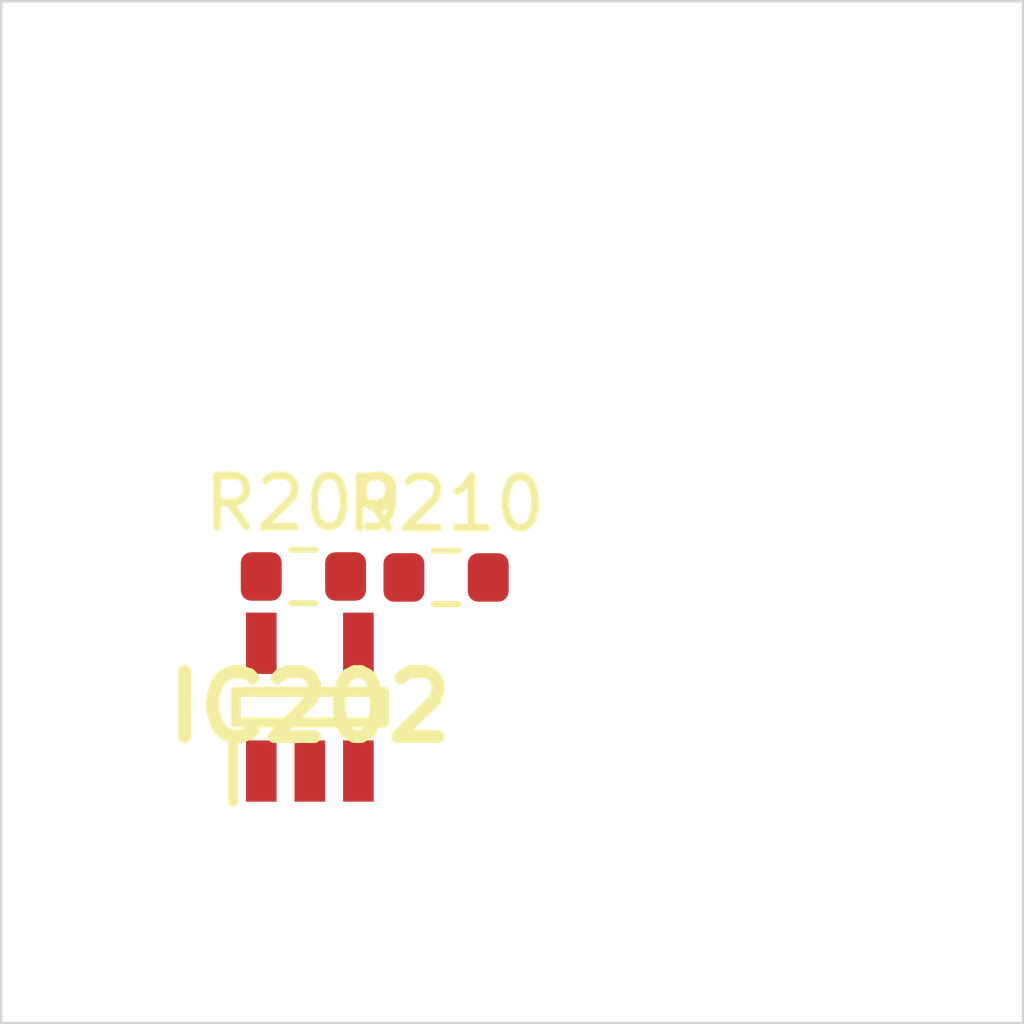
<source format=kicad_pcb>
 ( kicad_pcb  ( version 20171130 )
 ( host pcbnew 5.1.12-84ad8e8a86~92~ubuntu18.04.1 )
 ( general  ( thickness 1.6 )
 ( drawings 4 )
 ( tracks 0 )
 ( zones 0 )
 ( modules 3 )
 ( nets 5 )
)
 ( page A4 )
 ( layers  ( 0 F.Cu signal )
 ( 31 B.Cu signal )
 ( 32 B.Adhes user )
 ( 33 F.Adhes user )
 ( 34 B.Paste user )
 ( 35 F.Paste user )
 ( 36 B.SilkS user )
 ( 37 F.SilkS user )
 ( 38 B.Mask user )
 ( 39 F.Mask user )
 ( 40 Dwgs.User user )
 ( 41 Cmts.User user )
 ( 42 Eco1.User user )
 ( 43 Eco2.User user )
 ( 44 Edge.Cuts user )
 ( 45 Margin user )
 ( 46 B.CrtYd user )
 ( 47 F.CrtYd user )
 ( 48 B.Fab user )
 ( 49 F.Fab user )
)
 ( setup  ( last_trace_width 0.25 )
 ( trace_clearance 0.2 )
 ( zone_clearance 0.508 )
 ( zone_45_only no )
 ( trace_min 0.2 )
 ( via_size 0.8 )
 ( via_drill 0.4 )
 ( via_min_size 0.4 )
 ( via_min_drill 0.3 )
 ( uvia_size 0.3 )
 ( uvia_drill 0.1 )
 ( uvias_allowed no )
 ( uvia_min_size 0.2 )
 ( uvia_min_drill 0.1 )
 ( edge_width 0.05 )
 ( segment_width 0.2 )
 ( pcb_text_width 0.3 )
 ( pcb_text_size 1.5 1.5 )
 ( mod_edge_width 0.12 )
 ( mod_text_size 1 1 )
 ( mod_text_width 0.15 )
 ( pad_size 1.524 1.524 )
 ( pad_drill 0.762 )
 ( pad_to_mask_clearance 0 )
 ( aux_axis_origin 0 0 )
 ( visible_elements FFFFFF7F )
 ( pcbplotparams  ( layerselection 0x010fc_ffffffff )
 ( usegerberextensions false )
 ( usegerberattributes true )
 ( usegerberadvancedattributes true )
 ( creategerberjobfile true )
 ( excludeedgelayer true )
 ( linewidth 0.100000 )
 ( plotframeref false )
 ( viasonmask false )
 ( mode 1 )
 ( useauxorigin false )
 ( hpglpennumber 1 )
 ( hpglpenspeed 20 )
 ( hpglpendiameter 15.000000 )
 ( psnegative false )
 ( psa4output false )
 ( plotreference true )
 ( plotvalue true )
 ( plotinvisibletext false )
 ( padsonsilk false )
 ( subtractmaskfromsilk false )
 ( outputformat 1 )
 ( mirror false )
 ( drillshape 1 )
 ( scaleselection 1 )
 ( outputdirectory "" )
)
)
 ( net 0 "" )
 ( net 1 GND )
 ( net 2 VDDA )
 ( net 3 /Sheet6235D886/vp )
 ( net 4 "Net-(IC202-Pad3)" )
 ( net_class Default "This is the default net class."  ( clearance 0.2 )
 ( trace_width 0.25 )
 ( via_dia 0.8 )
 ( via_drill 0.4 )
 ( uvia_dia 0.3 )
 ( uvia_drill 0.1 )
 ( add_net /Sheet6235D886/vp )
 ( add_net GND )
 ( add_net "Net-(IC202-Pad3)" )
 ( add_net VDDA )
)
 ( module SOT95P280X145-5N locked  ( layer F.Cu )
 ( tedit 62336ED7 )
 ( tstamp 623423ED )
 ( at 86.038900 113.815000 90.000000 )
 ( descr DBV0005A )
 ( tags "Integrated Circuit" )
 ( path /6235D887/6266C08E )
 ( attr smd )
 ( fp_text reference IC202  ( at 0 0 )
 ( layer F.SilkS )
 ( effects  ( font  ( size 1.27 1.27 )
 ( thickness 0.254 )
)
)
)
 ( fp_text value TL071HIDBVR  ( at 0 0 )
 ( layer F.SilkS )
hide  ( effects  ( font  ( size 1.27 1.27 )
 ( thickness 0.254 )
)
)
)
 ( fp_line  ( start -1.85 -1.5 )
 ( end -0.65 -1.5 )
 ( layer F.SilkS )
 ( width 0.2 )
)
 ( fp_line  ( start -0.3 1.45 )
 ( end -0.3 -1.45 )
 ( layer F.SilkS )
 ( width 0.2 )
)
 ( fp_line  ( start 0.3 1.45 )
 ( end -0.3 1.45 )
 ( layer F.SilkS )
 ( width 0.2 )
)
 ( fp_line  ( start 0.3 -1.45 )
 ( end 0.3 1.45 )
 ( layer F.SilkS )
 ( width 0.2 )
)
 ( fp_line  ( start -0.3 -1.45 )
 ( end 0.3 -1.45 )
 ( layer F.SilkS )
 ( width 0.2 )
)
 ( fp_line  ( start -0.8 -0.5 )
 ( end 0.15 -1.45 )
 ( layer Dwgs.User )
 ( width 0.1 )
)
 ( fp_line  ( start -0.8 1.45 )
 ( end -0.8 -1.45 )
 ( layer Dwgs.User )
 ( width 0.1 )
)
 ( fp_line  ( start 0.8 1.45 )
 ( end -0.8 1.45 )
 ( layer Dwgs.User )
 ( width 0.1 )
)
 ( fp_line  ( start 0.8 -1.45 )
 ( end 0.8 1.45 )
 ( layer Dwgs.User )
 ( width 0.1 )
)
 ( fp_line  ( start -0.8 -1.45 )
 ( end 0.8 -1.45 )
 ( layer Dwgs.User )
 ( width 0.1 )
)
 ( fp_line  ( start -2.1 1.775 )
 ( end -2.1 -1.775 )
 ( layer Dwgs.User )
 ( width 0.05 )
)
 ( fp_line  ( start 2.1 1.775 )
 ( end -2.1 1.775 )
 ( layer Dwgs.User )
 ( width 0.05 )
)
 ( fp_line  ( start 2.1 -1.775 )
 ( end 2.1 1.775 )
 ( layer Dwgs.User )
 ( width 0.05 )
)
 ( fp_line  ( start -2.1 -1.775 )
 ( end 2.1 -1.775 )
 ( layer Dwgs.User )
 ( width 0.05 )
)
 ( pad 1 smd rect  ( at -1.25 -0.95 180.000000 )
 ( size 0.6 1.2 )
 ( layers F.Cu F.Mask F.Paste )
 ( net 3 /Sheet6235D886/vp )
)
 ( pad 2 smd rect  ( at -1.25 0 180.000000 )
 ( size 0.6 1.2 )
 ( layers F.Cu F.Mask F.Paste )
 ( net 1 GND )
)
 ( pad 3 smd rect  ( at -1.25 0.95 180.000000 )
 ( size 0.6 1.2 )
 ( layers F.Cu F.Mask F.Paste )
 ( net 4 "Net-(IC202-Pad3)" )
)
 ( pad 4 smd rect  ( at 1.25 0.95 180.000000 )
 ( size 0.6 1.2 )
 ( layers F.Cu F.Mask F.Paste )
 ( net 3 /Sheet6235D886/vp )
)
 ( pad 5 smd rect  ( at 1.25 -0.95 180.000000 )
 ( size 0.6 1.2 )
 ( layers F.Cu F.Mask F.Paste )
 ( net 2 VDDA )
)
)
 ( module Resistor_SMD:R_0603_1608Metric  ( layer F.Cu )
 ( tedit 5F68FEEE )
 ( tstamp 62342595 )
 ( at 85.912900 111.257000 )
 ( descr "Resistor SMD 0603 (1608 Metric), square (rectangular) end terminal, IPC_7351 nominal, (Body size source: IPC-SM-782 page 72, https://www.pcb-3d.com/wordpress/wp-content/uploads/ipc-sm-782a_amendment_1_and_2.pdf), generated with kicad-footprint-generator" )
 ( tags resistor )
 ( path /6235D887/623CDBD9 )
 ( attr smd )
 ( fp_text reference R209  ( at 0 -1.43 )
 ( layer F.SilkS )
 ( effects  ( font  ( size 1 1 )
 ( thickness 0.15 )
)
)
)
 ( fp_text value 100k  ( at 0 1.43 )
 ( layer F.Fab )
 ( effects  ( font  ( size 1 1 )
 ( thickness 0.15 )
)
)
)
 ( fp_line  ( start -0.8 0.4125 )
 ( end -0.8 -0.4125 )
 ( layer F.Fab )
 ( width 0.1 )
)
 ( fp_line  ( start -0.8 -0.4125 )
 ( end 0.8 -0.4125 )
 ( layer F.Fab )
 ( width 0.1 )
)
 ( fp_line  ( start 0.8 -0.4125 )
 ( end 0.8 0.4125 )
 ( layer F.Fab )
 ( width 0.1 )
)
 ( fp_line  ( start 0.8 0.4125 )
 ( end -0.8 0.4125 )
 ( layer F.Fab )
 ( width 0.1 )
)
 ( fp_line  ( start -0.237258 -0.5225 )
 ( end 0.237258 -0.5225 )
 ( layer F.SilkS )
 ( width 0.12 )
)
 ( fp_line  ( start -0.237258 0.5225 )
 ( end 0.237258 0.5225 )
 ( layer F.SilkS )
 ( width 0.12 )
)
 ( fp_line  ( start -1.48 0.73 )
 ( end -1.48 -0.73 )
 ( layer F.CrtYd )
 ( width 0.05 )
)
 ( fp_line  ( start -1.48 -0.73 )
 ( end 1.48 -0.73 )
 ( layer F.CrtYd )
 ( width 0.05 )
)
 ( fp_line  ( start 1.48 -0.73 )
 ( end 1.48 0.73 )
 ( layer F.CrtYd )
 ( width 0.05 )
)
 ( fp_line  ( start 1.48 0.73 )
 ( end -1.48 0.73 )
 ( layer F.CrtYd )
 ( width 0.05 )
)
 ( fp_text user %R  ( at 0 0 )
 ( layer F.Fab )
 ( effects  ( font  ( size 0.4 0.4 )
 ( thickness 0.06 )
)
)
)
 ( pad 1 smd roundrect  ( at -0.825 0 )
 ( size 0.8 0.95 )
 ( layers F.Cu F.Mask F.Paste )
 ( roundrect_rratio 0.25 )
 ( net 2 VDDA )
)
 ( pad 2 smd roundrect  ( at 0.825 0 )
 ( size 0.8 0.95 )
 ( layers F.Cu F.Mask F.Paste )
 ( roundrect_rratio 0.25 )
 ( net 4 "Net-(IC202-Pad3)" )
)
 ( model ${KISYS3DMOD}/Resistor_SMD.3dshapes/R_0603_1608Metric.wrl  ( at  ( xyz 0 0 0 )
)
 ( scale  ( xyz 1 1 1 )
)
 ( rotate  ( xyz 0 0 0 )
)
)
)
 ( module Resistor_SMD:R_0603_1608Metric  ( layer F.Cu )
 ( tedit 5F68FEEE )
 ( tstamp 623425A6 )
 ( at 88.705200 111.276000 )
 ( descr "Resistor SMD 0603 (1608 Metric), square (rectangular) end terminal, IPC_7351 nominal, (Body size source: IPC-SM-782 page 72, https://www.pcb-3d.com/wordpress/wp-content/uploads/ipc-sm-782a_amendment_1_and_2.pdf), generated with kicad-footprint-generator" )
 ( tags resistor )
 ( path /6235D887/623CDBDF )
 ( attr smd )
 ( fp_text reference R210  ( at 0 -1.43 )
 ( layer F.SilkS )
 ( effects  ( font  ( size 1 1 )
 ( thickness 0.15 )
)
)
)
 ( fp_text value 100k  ( at 0 1.43 )
 ( layer F.Fab )
 ( effects  ( font  ( size 1 1 )
 ( thickness 0.15 )
)
)
)
 ( fp_line  ( start 1.48 0.73 )
 ( end -1.48 0.73 )
 ( layer F.CrtYd )
 ( width 0.05 )
)
 ( fp_line  ( start 1.48 -0.73 )
 ( end 1.48 0.73 )
 ( layer F.CrtYd )
 ( width 0.05 )
)
 ( fp_line  ( start -1.48 -0.73 )
 ( end 1.48 -0.73 )
 ( layer F.CrtYd )
 ( width 0.05 )
)
 ( fp_line  ( start -1.48 0.73 )
 ( end -1.48 -0.73 )
 ( layer F.CrtYd )
 ( width 0.05 )
)
 ( fp_line  ( start -0.237258 0.5225 )
 ( end 0.237258 0.5225 )
 ( layer F.SilkS )
 ( width 0.12 )
)
 ( fp_line  ( start -0.237258 -0.5225 )
 ( end 0.237258 -0.5225 )
 ( layer F.SilkS )
 ( width 0.12 )
)
 ( fp_line  ( start 0.8 0.4125 )
 ( end -0.8 0.4125 )
 ( layer F.Fab )
 ( width 0.1 )
)
 ( fp_line  ( start 0.8 -0.4125 )
 ( end 0.8 0.4125 )
 ( layer F.Fab )
 ( width 0.1 )
)
 ( fp_line  ( start -0.8 -0.4125 )
 ( end 0.8 -0.4125 )
 ( layer F.Fab )
 ( width 0.1 )
)
 ( fp_line  ( start -0.8 0.4125 )
 ( end -0.8 -0.4125 )
 ( layer F.Fab )
 ( width 0.1 )
)
 ( fp_text user %R  ( at 0 0 )
 ( layer F.Fab )
 ( effects  ( font  ( size 0.4 0.4 )
 ( thickness 0.06 )
)
)
)
 ( pad 2 smd roundrect  ( at 0.825 0 )
 ( size 0.8 0.95 )
 ( layers F.Cu F.Mask F.Paste )
 ( roundrect_rratio 0.25 )
 ( net 1 GND )
)
 ( pad 1 smd roundrect  ( at -0.825 0 )
 ( size 0.8 0.95 )
 ( layers F.Cu F.Mask F.Paste )
 ( roundrect_rratio 0.25 )
 ( net 4 "Net-(IC202-Pad3)" )
)
 ( model ${KISYS3DMOD}/Resistor_SMD.3dshapes/R_0603_1608Metric.wrl  ( at  ( xyz 0 0 0 )
)
 ( scale  ( xyz 1 1 1 )
)
 ( rotate  ( xyz 0 0 0 )
)
)
)
 ( gr_line  ( start 100 100 )
 ( end 100 120 )
 ( layer Edge.Cuts )
 ( width 0.05 )
 ( tstamp 62E770C4 )
)
 ( gr_line  ( start 80 120 )
 ( end 100 120 )
 ( layer Edge.Cuts )
 ( width 0.05 )
 ( tstamp 62E770C0 )
)
 ( gr_line  ( start 80 100 )
 ( end 100 100 )
 ( layer Edge.Cuts )
 ( width 0.05 )
 ( tstamp 6234110C )
)
 ( gr_line  ( start 80 100 )
 ( end 80 120 )
 ( layer Edge.Cuts )
 ( width 0.05 )
)
)

</source>
